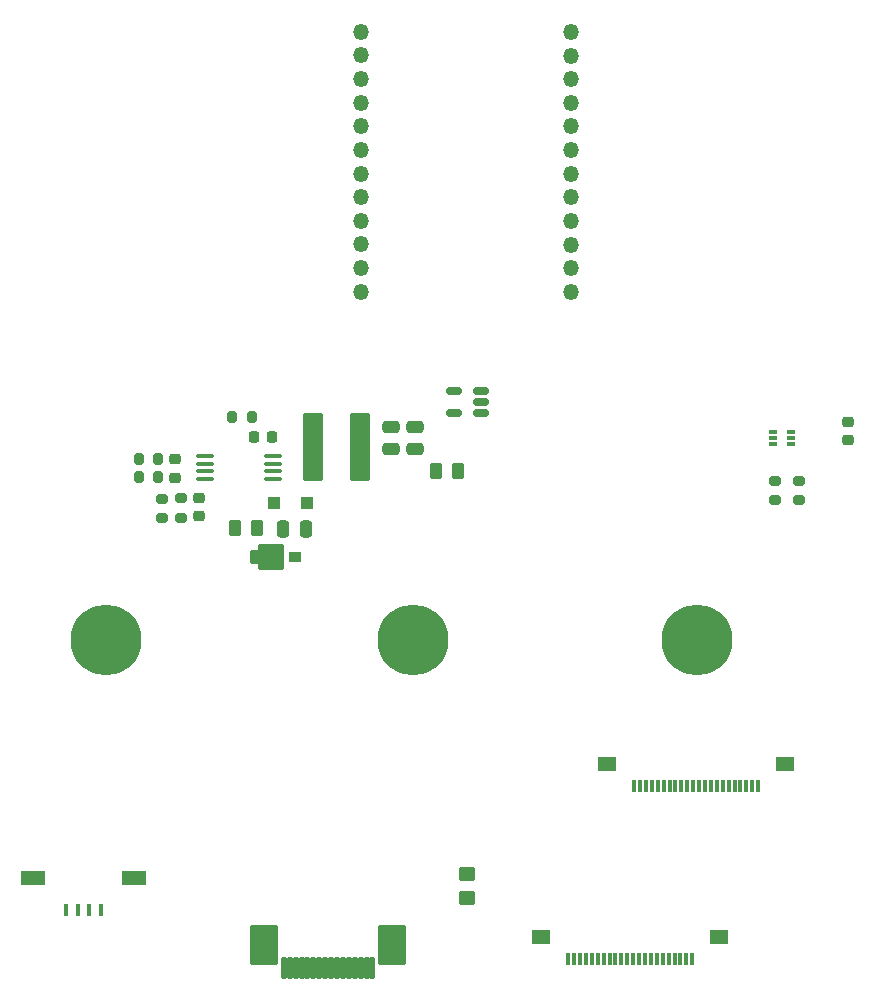
<source format=gbs>
G04 #@! TF.GenerationSoftware,KiCad,Pcbnew,8.0.2*
G04 #@! TF.CreationDate,2024-08-20T08:20:47+02:00*
G04 #@! TF.ProjectId,STS1_SIDEPANEL,53545331-5f53-4494-9445-50414e454c2e,rev?*
G04 #@! TF.SameCoordinates,Original*
G04 #@! TF.FileFunction,Soldermask,Bot*
G04 #@! TF.FilePolarity,Negative*
%FSLAX46Y46*%
G04 Gerber Fmt 4.6, Leading zero omitted, Abs format (unit mm)*
G04 Created by KiCad (PCBNEW 8.0.2) date 2024-08-20 08:20:47*
%MOMM*%
%LPD*%
G01*
G04 APERTURE LIST*
G04 Aperture macros list*
%AMRoundRect*
0 Rectangle with rounded corners*
0 $1 Rounding radius*
0 $2 $3 $4 $5 $6 $7 $8 $9 X,Y pos of 4 corners*
0 Add a 4 corners polygon primitive as box body*
4,1,4,$2,$3,$4,$5,$6,$7,$8,$9,$2,$3,0*
0 Add four circle primitives for the rounded corners*
1,1,$1+$1,$2,$3*
1,1,$1+$1,$4,$5*
1,1,$1+$1,$6,$7*
1,1,$1+$1,$8,$9*
0 Add four rect primitives between the rounded corners*
20,1,$1+$1,$2,$3,$4,$5,0*
20,1,$1+$1,$4,$5,$6,$7,0*
20,1,$1+$1,$6,$7,$8,$9,0*
20,1,$1+$1,$8,$9,$2,$3,0*%
G04 Aperture macros list end*
%ADD10C,6.000000*%
%ADD11O,1.350000X1.350000*%
%ADD12RoundRect,0.200000X0.275000X-0.200000X0.275000X0.200000X-0.275000X0.200000X-0.275000X-0.200000X0*%
%ADD13R,0.300000X1.000000*%
%ADD14R,1.650000X1.300000*%
%ADD15RoundRect,0.200000X-0.200000X-0.275000X0.200000X-0.275000X0.200000X0.275000X-0.200000X0.275000X0*%
%ADD16RoundRect,0.250000X0.450000X-0.350000X0.450000X0.350000X-0.450000X0.350000X-0.450000X-0.350000X0*%
%ADD17R,0.400000X1.000000*%
%ADD18R,2.000000X1.300000*%
%ADD19RoundRect,0.225000X0.250000X-0.225000X0.250000X0.225000X-0.250000X0.225000X-0.250000X-0.225000X0*%
%ADD20RoundRect,0.085000X-0.265000X-0.085000X0.265000X-0.085000X0.265000X0.085000X-0.265000X0.085000X0*%
%ADD21RoundRect,0.250000X0.475000X-0.250000X0.475000X0.250000X-0.475000X0.250000X-0.475000X-0.250000X0*%
%ADD22RoundRect,0.102000X0.325000X-0.475000X0.325000X0.475000X-0.325000X0.475000X-0.325000X-0.475000X0*%
%ADD23RoundRect,0.102000X-1.000000X-0.975000X1.000000X-0.975000X1.000000X0.975000X-1.000000X0.975000X0*%
%ADD24RoundRect,0.102000X0.425000X0.325000X-0.425000X0.325000X-0.425000X-0.325000X0.425000X-0.325000X0*%
%ADD25RoundRect,0.102000X0.715000X2.750000X-0.715000X2.750000X-0.715000X-2.750000X0.715000X-2.750000X0*%
%ADD26RoundRect,0.225000X-0.225000X-0.250000X0.225000X-0.250000X0.225000X0.250000X-0.225000X0.250000X0*%
%ADD27RoundRect,0.200000X0.200000X0.275000X-0.200000X0.275000X-0.200000X-0.275000X0.200000X-0.275000X0*%
%ADD28RoundRect,0.102000X-0.150000X-0.800000X0.150000X-0.800000X0.150000X0.800000X-0.150000X0.800000X0*%
%ADD29RoundRect,0.102000X-1.120000X-1.560000X1.120000X-1.560000X1.120000X1.560000X-1.120000X1.560000X0*%
%ADD30RoundRect,0.150000X0.512500X0.150000X-0.512500X0.150000X-0.512500X-0.150000X0.512500X-0.150000X0*%
%ADD31RoundRect,0.200000X-0.275000X0.200000X-0.275000X-0.200000X0.275000X-0.200000X0.275000X0.200000X0*%
%ADD32RoundRect,0.225000X-0.250000X0.225000X-0.250000X-0.225000X0.250000X-0.225000X0.250000X0.225000X0*%
%ADD33RoundRect,0.100000X0.637500X0.100000X-0.637500X0.100000X-0.637500X-0.100000X0.637500X-0.100000X0*%
%ADD34RoundRect,0.250000X-0.262500X-0.450000X0.262500X-0.450000X0.262500X0.450000X-0.262500X0.450000X0*%
%ADD35RoundRect,0.250000X-0.300000X-0.300000X0.300000X-0.300000X0.300000X0.300000X-0.300000X0.300000X0*%
%ADD36RoundRect,0.250000X0.262500X0.450000X-0.262500X0.450000X-0.262500X-0.450000X0.262500X-0.450000X0*%
%ADD37RoundRect,0.250000X-0.250000X-0.475000X0.250000X-0.475000X0.250000X0.475000X-0.250000X0.475000X0*%
G04 APERTURE END LIST*
D10*
X148949200Y-100709800D03*
X124949200Y-100709800D03*
X98949200Y-100709800D03*
D11*
X120500000Y-71175000D03*
X120500000Y-69175000D03*
X120500000Y-67175000D03*
X120500000Y-65175000D03*
X120500000Y-63175000D03*
X120500000Y-61175000D03*
X120500000Y-59175000D03*
X120500000Y-57175000D03*
X120500000Y-55175000D03*
X120500000Y-53175000D03*
X120500000Y-51175000D03*
X120500000Y-49175000D03*
X138309600Y-71186600D03*
X138309600Y-69186600D03*
X138309600Y-67186600D03*
X138309600Y-65186600D03*
X138309600Y-63186600D03*
X138309600Y-61186600D03*
X138309600Y-59186600D03*
X138309600Y-57186600D03*
X138309600Y-55186600D03*
X138309600Y-53186600D03*
X138309600Y-51186600D03*
X138309600Y-49186600D03*
D12*
X105270000Y-90335000D03*
X105270000Y-88685000D03*
D13*
X138080000Y-127720000D03*
X138580000Y-127720000D03*
X139080000Y-127720000D03*
X139580000Y-127720000D03*
X140080000Y-127720000D03*
X140580000Y-127720000D03*
X141080000Y-127720000D03*
X141580000Y-127720000D03*
X142080000Y-127720000D03*
X142580000Y-127720000D03*
X143080000Y-127720000D03*
X143580000Y-127720000D03*
X144080000Y-127720000D03*
X144580000Y-127720000D03*
X145080000Y-127720000D03*
X145580000Y-127720000D03*
X146080000Y-127720000D03*
X146580000Y-127720000D03*
X147080000Y-127720000D03*
X147580000Y-127720000D03*
X148080000Y-127720000D03*
X148580000Y-127720000D03*
D14*
X135805000Y-125820000D03*
X150855000Y-125820000D03*
D15*
X101700000Y-85365000D03*
X103350000Y-85365000D03*
D16*
X129550000Y-122500000D03*
X129550000Y-120500000D03*
D17*
X95535000Y-123500000D03*
X96535000Y-123500000D03*
X97535000Y-123500000D03*
X98535000Y-123500000D03*
D18*
X92735000Y-120800000D03*
X101335000Y-120800000D03*
D19*
X161782831Y-83775000D03*
X161782831Y-82225000D03*
D20*
X155440000Y-84085000D03*
X155440000Y-83585000D03*
X155440000Y-83085000D03*
X156940000Y-83085000D03*
X156940000Y-83585000D03*
X156940000Y-84085000D03*
D21*
X123040000Y-84540000D03*
X123040000Y-82640000D03*
D12*
X155600000Y-88825000D03*
X155600000Y-87175000D03*
D22*
X111560000Y-93620000D03*
D23*
X112885000Y-93620000D03*
D24*
X114940000Y-93620000D03*
D25*
X120472500Y-84300000D03*
X116432500Y-84300000D03*
D26*
X111450200Y-83460800D03*
X113000200Y-83460800D03*
D27*
X111300000Y-81800000D03*
X109650000Y-81800000D03*
D28*
X114005000Y-128480000D03*
X114505000Y-128480000D03*
X115005000Y-128480000D03*
X115505000Y-128480000D03*
X116005000Y-128480000D03*
X116505000Y-128480000D03*
X117005000Y-128480000D03*
X117505000Y-128480000D03*
X118005000Y-128480000D03*
X118505000Y-128480000D03*
X119005000Y-128480000D03*
X119505000Y-128480000D03*
X120005000Y-128480000D03*
X120505000Y-128480000D03*
X121005000Y-128480000D03*
X121505000Y-128480000D03*
D29*
X112358000Y-126500000D03*
X123152000Y-126500000D03*
D30*
X130697500Y-79577500D03*
X130697500Y-80527500D03*
X130697500Y-81477500D03*
X128422500Y-81477500D03*
X128422500Y-79577500D03*
D12*
X157600000Y-88825000D03*
X157600000Y-87175000D03*
D31*
X103720000Y-88695000D03*
X103720000Y-90345000D03*
D32*
X106860000Y-88615000D03*
X106860000Y-90165000D03*
D15*
X101705000Y-86905000D03*
X103355000Y-86905000D03*
D13*
X143660000Y-113030000D03*
X144160000Y-113030000D03*
X144660000Y-113030000D03*
X145160000Y-113030000D03*
X145660000Y-113030000D03*
X146160000Y-113030000D03*
X146660000Y-113030000D03*
X147160000Y-113030000D03*
X147660000Y-113030000D03*
X148160000Y-113030000D03*
X148660000Y-113030000D03*
X149160000Y-113030000D03*
X149660000Y-113030000D03*
X150160000Y-113030000D03*
X150660000Y-113030000D03*
X151160000Y-113030000D03*
X151660000Y-113030000D03*
X152160000Y-113030000D03*
X152660000Y-113030000D03*
X153160000Y-113030000D03*
X153660000Y-113030000D03*
X154160000Y-113030000D03*
D14*
X141385000Y-111130000D03*
X156435000Y-111130000D03*
D33*
X113081100Y-85102000D03*
X113081100Y-85752000D03*
X113081100Y-86402000D03*
X113081100Y-87052000D03*
X107356100Y-87052000D03*
X107356100Y-86402000D03*
X107356100Y-85752000D03*
X107356100Y-85102000D03*
D34*
X109895000Y-91230000D03*
X111720000Y-91230000D03*
D35*
X113200000Y-89050000D03*
X116000000Y-89050000D03*
D19*
X104810000Y-86930000D03*
X104810000Y-85380000D03*
D21*
X125110000Y-84530000D03*
X125110000Y-82630000D03*
D36*
X128712500Y-86320000D03*
X126887500Y-86320000D03*
D37*
X113960000Y-91280000D03*
X115860000Y-91280000D03*
M02*

</source>
